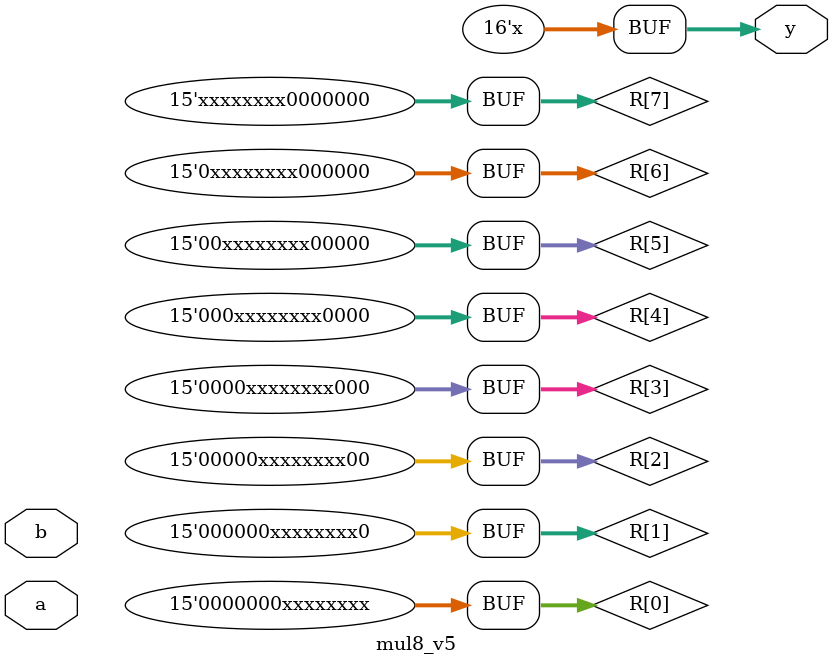
<source format=v>
module mul8_v5 (input [7:0] a,b, output [15:0] y);

	genvar i,j;
	wire [7:0]p[0:7];
	//wire [7:0] p[0];
	//wire [7:0] p[1]
	//wire [7:0] p[2]
	//wire [7:0] p[3]
	//wire [7:0] p[4]..
	
	
	//the block outside the alwaus is generator block
	
	for(i=0;i<8;i=i+1)	begin
		for (j=0;j<8;j=j+1) begin
			and Gij	(p[i][j],a[i],b[j]);
		end
	end
	
	
	wire [14:0] R[0:7];;
	
	//MSB zeros are removed
	assign R[0] = {p[0]};
	assign R[1] = {p[1],1'b0};
	assign R[2] = {p[2],2'b00};
	assign R[3] = {p[3],3'b000};
	assign R[4] = {p[4],4'b0000};
	assign R[5] = {p[5],5'b00000};
	assign R[6] = {p[6],6'b000000};
	assign R[7] = {p[7],7'b0000000};
	
	assign y=R[0]+R[1]+R[2]+R[3]+R[4]+R[5]+R[6]+R[7];
endmodule
			
</source>
